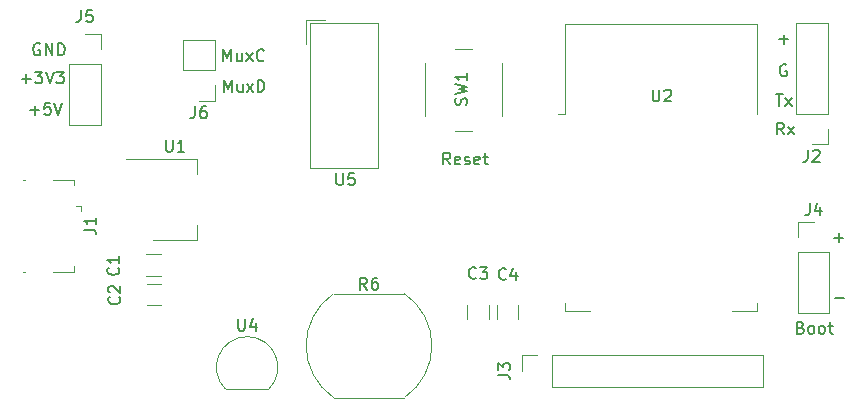
<source format=gbr>
G04 #@! TF.GenerationSoftware,KiCad,Pcbnew,(5.1.5)-3*
G04 #@! TF.CreationDate,2020-12-22T19:25:10+13:00*
G04 #@! TF.ProjectId,SensorNodeCircuit,53656e73-6f72-44e6-9f64-654369726375,rev?*
G04 #@! TF.SameCoordinates,Original*
G04 #@! TF.FileFunction,Legend,Top*
G04 #@! TF.FilePolarity,Positive*
%FSLAX46Y46*%
G04 Gerber Fmt 4.6, Leading zero omitted, Abs format (unit mm)*
G04 Created by KiCad (PCBNEW (5.1.5)-3) date 2020-12-22 19:25:10*
%MOMM*%
%LPD*%
G04 APERTURE LIST*
%ADD10C,0.150000*%
%ADD11C,0.120000*%
G04 APERTURE END LIST*
D10*
X168298952Y-103814571D02*
X168441809Y-103862190D01*
X168489428Y-103909809D01*
X168537047Y-104005047D01*
X168537047Y-104147904D01*
X168489428Y-104243142D01*
X168441809Y-104290761D01*
X168346571Y-104338380D01*
X167965619Y-104338380D01*
X167965619Y-103338380D01*
X168298952Y-103338380D01*
X168394190Y-103386000D01*
X168441809Y-103433619D01*
X168489428Y-103528857D01*
X168489428Y-103624095D01*
X168441809Y-103719333D01*
X168394190Y-103766952D01*
X168298952Y-103814571D01*
X167965619Y-103814571D01*
X169108476Y-104338380D02*
X169013238Y-104290761D01*
X168965619Y-104243142D01*
X168918000Y-104147904D01*
X168918000Y-103862190D01*
X168965619Y-103766952D01*
X169013238Y-103719333D01*
X169108476Y-103671714D01*
X169251333Y-103671714D01*
X169346571Y-103719333D01*
X169394190Y-103766952D01*
X169441809Y-103862190D01*
X169441809Y-104147904D01*
X169394190Y-104243142D01*
X169346571Y-104290761D01*
X169251333Y-104338380D01*
X169108476Y-104338380D01*
X170013238Y-104338380D02*
X169918000Y-104290761D01*
X169870380Y-104243142D01*
X169822761Y-104147904D01*
X169822761Y-103862190D01*
X169870380Y-103766952D01*
X169918000Y-103719333D01*
X170013238Y-103671714D01*
X170156095Y-103671714D01*
X170251333Y-103719333D01*
X170298952Y-103766952D01*
X170346571Y-103862190D01*
X170346571Y-104147904D01*
X170298952Y-104243142D01*
X170251333Y-104290761D01*
X170156095Y-104338380D01*
X170013238Y-104338380D01*
X170632285Y-103671714D02*
X171013238Y-103671714D01*
X170775142Y-103338380D02*
X170775142Y-104195523D01*
X170822761Y-104290761D01*
X170918000Y-104338380D01*
X171013238Y-104338380D01*
X119467523Y-83865980D02*
X119467523Y-82865980D01*
X119800857Y-83580266D01*
X120134190Y-82865980D01*
X120134190Y-83865980D01*
X121038952Y-83199314D02*
X121038952Y-83865980D01*
X120610380Y-83199314D02*
X120610380Y-83723123D01*
X120658000Y-83818361D01*
X120753238Y-83865980D01*
X120896095Y-83865980D01*
X120991333Y-83818361D01*
X121038952Y-83770742D01*
X121419904Y-83865980D02*
X121943714Y-83199314D01*
X121419904Y-83199314D02*
X121943714Y-83865980D01*
X122324666Y-83865980D02*
X122324666Y-82865980D01*
X122562761Y-82865980D01*
X122705619Y-82913600D01*
X122800857Y-83008838D01*
X122848476Y-83104076D01*
X122896095Y-83294552D01*
X122896095Y-83437409D01*
X122848476Y-83627885D01*
X122800857Y-83723123D01*
X122705619Y-83818361D01*
X122562761Y-83865980D01*
X122324666Y-83865980D01*
X119416723Y-81275180D02*
X119416723Y-80275180D01*
X119750057Y-80989466D01*
X120083390Y-80275180D01*
X120083390Y-81275180D01*
X120988152Y-80608514D02*
X120988152Y-81275180D01*
X120559580Y-80608514D02*
X120559580Y-81132323D01*
X120607200Y-81227561D01*
X120702438Y-81275180D01*
X120845295Y-81275180D01*
X120940533Y-81227561D01*
X120988152Y-81179942D01*
X121369104Y-81275180D02*
X121892914Y-80608514D01*
X121369104Y-80608514D02*
X121892914Y-81275180D01*
X122845295Y-81179942D02*
X122797676Y-81227561D01*
X122654819Y-81275180D01*
X122559580Y-81275180D01*
X122416723Y-81227561D01*
X122321485Y-81132323D01*
X122273866Y-81037085D01*
X122226247Y-80846609D01*
X122226247Y-80703752D01*
X122273866Y-80513276D01*
X122321485Y-80418038D01*
X122416723Y-80322800D01*
X122559580Y-80275180D01*
X122654819Y-80275180D01*
X122797676Y-80322800D01*
X122845295Y-80370419D01*
X171221447Y-101315828D02*
X171983352Y-101315828D01*
X171119847Y-96235828D02*
X171881752Y-96235828D01*
X171500800Y-96616780D02*
X171500800Y-95854876D01*
X166497047Y-79421028D02*
X167258952Y-79421028D01*
X166878000Y-79801980D02*
X166878000Y-79040076D01*
X167089104Y-81592800D02*
X166993866Y-81545180D01*
X166851009Y-81545180D01*
X166708152Y-81592800D01*
X166612914Y-81688038D01*
X166565295Y-81783276D01*
X166517676Y-81973752D01*
X166517676Y-82116609D01*
X166565295Y-82307085D01*
X166612914Y-82402323D01*
X166708152Y-82497561D01*
X166851009Y-82545180D01*
X166946247Y-82545180D01*
X167089104Y-82497561D01*
X167136723Y-82449942D01*
X167136723Y-82116609D01*
X166946247Y-82116609D01*
X166187523Y-84085180D02*
X166758952Y-84085180D01*
X166473238Y-85085180D02*
X166473238Y-84085180D01*
X166997047Y-85085180D02*
X167520857Y-84418514D01*
X166997047Y-84418514D02*
X167520857Y-85085180D01*
X166884361Y-87472780D02*
X166551028Y-86996590D01*
X166312933Y-87472780D02*
X166312933Y-86472780D01*
X166693885Y-86472780D01*
X166789123Y-86520400D01*
X166836742Y-86568019D01*
X166884361Y-86663257D01*
X166884361Y-86806114D01*
X166836742Y-86901352D01*
X166789123Y-86948971D01*
X166693885Y-86996590D01*
X166312933Y-86996590D01*
X167217695Y-87472780D02*
X167741504Y-86806114D01*
X167217695Y-86806114D02*
X167741504Y-87472780D01*
X138614304Y-90012780D02*
X138280971Y-89536590D01*
X138042876Y-90012780D02*
X138042876Y-89012780D01*
X138423828Y-89012780D01*
X138519066Y-89060400D01*
X138566685Y-89108019D01*
X138614304Y-89203257D01*
X138614304Y-89346114D01*
X138566685Y-89441352D01*
X138519066Y-89488971D01*
X138423828Y-89536590D01*
X138042876Y-89536590D01*
X139423828Y-89965161D02*
X139328590Y-90012780D01*
X139138114Y-90012780D01*
X139042876Y-89965161D01*
X138995257Y-89869923D01*
X138995257Y-89488971D01*
X139042876Y-89393733D01*
X139138114Y-89346114D01*
X139328590Y-89346114D01*
X139423828Y-89393733D01*
X139471447Y-89488971D01*
X139471447Y-89584209D01*
X138995257Y-89679447D01*
X139852400Y-89965161D02*
X139947638Y-90012780D01*
X140138114Y-90012780D01*
X140233352Y-89965161D01*
X140280971Y-89869923D01*
X140280971Y-89822304D01*
X140233352Y-89727066D01*
X140138114Y-89679447D01*
X139995257Y-89679447D01*
X139900019Y-89631828D01*
X139852400Y-89536590D01*
X139852400Y-89488971D01*
X139900019Y-89393733D01*
X139995257Y-89346114D01*
X140138114Y-89346114D01*
X140233352Y-89393733D01*
X141090495Y-89965161D02*
X140995257Y-90012780D01*
X140804780Y-90012780D01*
X140709542Y-89965161D01*
X140661923Y-89869923D01*
X140661923Y-89488971D01*
X140709542Y-89393733D01*
X140804780Y-89346114D01*
X140995257Y-89346114D01*
X141090495Y-89393733D01*
X141138114Y-89488971D01*
X141138114Y-89584209D01*
X140661923Y-89679447D01*
X141423828Y-89346114D02*
X141804780Y-89346114D01*
X141566685Y-89012780D02*
X141566685Y-89869923D01*
X141614304Y-89965161D01*
X141709542Y-90012780D01*
X141804780Y-90012780D01*
X103057485Y-85415428D02*
X103819390Y-85415428D01*
X103438438Y-85796380D02*
X103438438Y-85034476D01*
X104771771Y-84796380D02*
X104295580Y-84796380D01*
X104247961Y-85272571D01*
X104295580Y-85224952D01*
X104390819Y-85177333D01*
X104628914Y-85177333D01*
X104724152Y-85224952D01*
X104771771Y-85272571D01*
X104819390Y-85367809D01*
X104819390Y-85605904D01*
X104771771Y-85701142D01*
X104724152Y-85748761D01*
X104628914Y-85796380D01*
X104390819Y-85796380D01*
X104295580Y-85748761D01*
X104247961Y-85701142D01*
X105105104Y-84796380D02*
X105438438Y-85796380D01*
X105771771Y-84796380D01*
X102327295Y-82773828D02*
X103089200Y-82773828D01*
X102708247Y-83154780D02*
X102708247Y-82392876D01*
X103470152Y-82154780D02*
X104089200Y-82154780D01*
X103755866Y-82535733D01*
X103898723Y-82535733D01*
X103993961Y-82583352D01*
X104041580Y-82630971D01*
X104089200Y-82726209D01*
X104089200Y-82964304D01*
X104041580Y-83059542D01*
X103993961Y-83107161D01*
X103898723Y-83154780D01*
X103613009Y-83154780D01*
X103517771Y-83107161D01*
X103470152Y-83059542D01*
X104374914Y-82154780D02*
X104708247Y-83154780D01*
X105041580Y-82154780D01*
X105279676Y-82154780D02*
X105898723Y-82154780D01*
X105565390Y-82535733D01*
X105708247Y-82535733D01*
X105803485Y-82583352D01*
X105851104Y-82630971D01*
X105898723Y-82726209D01*
X105898723Y-82964304D01*
X105851104Y-83059542D01*
X105803485Y-83107161D01*
X105708247Y-83154780D01*
X105422533Y-83154780D01*
X105327295Y-83107161D01*
X105279676Y-83059542D01*
X103886095Y-79814800D02*
X103790857Y-79767180D01*
X103648000Y-79767180D01*
X103505142Y-79814800D01*
X103409904Y-79910038D01*
X103362285Y-80005276D01*
X103314666Y-80195752D01*
X103314666Y-80338609D01*
X103362285Y-80529085D01*
X103409904Y-80624323D01*
X103505142Y-80719561D01*
X103648000Y-80767180D01*
X103743238Y-80767180D01*
X103886095Y-80719561D01*
X103933714Y-80671942D01*
X103933714Y-80338609D01*
X103743238Y-80338609D01*
X104362285Y-80767180D02*
X104362285Y-79767180D01*
X104933714Y-80767180D01*
X104933714Y-79767180D01*
X105409904Y-80767180D02*
X105409904Y-79767180D01*
X105648000Y-79767180D01*
X105790857Y-79814800D01*
X105886095Y-79910038D01*
X105933714Y-80005276D01*
X105981333Y-80195752D01*
X105981333Y-80338609D01*
X105933714Y-80529085D01*
X105886095Y-80624323D01*
X105790857Y-80719561D01*
X105648000Y-80767180D01*
X105409904Y-80767180D01*
D11*
X112899936Y-99442000D02*
X114104064Y-99442000D01*
X112899936Y-97622000D02*
X114104064Y-97622000D01*
X112937436Y-100122000D02*
X114141564Y-100122000D01*
X112937436Y-101942000D02*
X114141564Y-101942000D01*
X140070000Y-101931436D02*
X140070000Y-103135564D01*
X141890000Y-101931436D02*
X141890000Y-103135564D01*
X144400000Y-101911436D02*
X144400000Y-103115564D01*
X142580000Y-101911436D02*
X142580000Y-103115564D01*
X106812500Y-91286000D02*
X106812500Y-91736000D01*
X104962500Y-91286000D02*
X106812500Y-91286000D01*
X102412500Y-99086000D02*
X102662500Y-99086000D01*
X102412500Y-91286000D02*
X102662500Y-91286000D01*
X104962500Y-99086000D02*
X106812500Y-99086000D01*
X106812500Y-99086000D02*
X106812500Y-98636000D01*
X107362500Y-93486000D02*
X107362500Y-93936000D01*
X107362500Y-93486000D02*
X106912500Y-93486000D01*
X170576000Y-78038000D02*
X167916000Y-78038000D01*
X170576000Y-85718000D02*
X170576000Y-78038000D01*
X167916000Y-85718000D02*
X167916000Y-78038000D01*
X170576000Y-85718000D02*
X167916000Y-85718000D01*
X170576000Y-86988000D02*
X170576000Y-88318000D01*
X170576000Y-88318000D02*
X169246000Y-88318000D01*
X147269200Y-108822800D02*
X147269200Y-106162800D01*
X147269200Y-108822800D02*
X165109200Y-108822800D01*
X165109200Y-108822800D02*
X165109200Y-106162800D01*
X147269200Y-106162800D02*
X165109200Y-106162800D01*
X144669200Y-106162800D02*
X145999200Y-106162800D01*
X144669200Y-107492800D02*
X144669200Y-106162800D01*
X168056000Y-102598000D02*
X170716000Y-102598000D01*
X168056000Y-97458000D02*
X168056000Y-102598000D01*
X170716000Y-97458000D02*
X170716000Y-102598000D01*
X168056000Y-97458000D02*
X170716000Y-97458000D01*
X168056000Y-96188000D02*
X168056000Y-94858000D01*
X168056000Y-94858000D02*
X169386000Y-94858000D01*
X106366000Y-81534000D02*
X109026000Y-81534000D01*
X106366000Y-81534000D02*
X106366000Y-86674000D01*
X106366000Y-86674000D02*
X109026000Y-86674000D01*
X109026000Y-81534000D02*
X109026000Y-86674000D01*
X109026000Y-78934000D02*
X109026000Y-80264000D01*
X107696000Y-78934000D02*
X109026000Y-78934000D01*
X118678000Y-79442000D02*
X116018000Y-79442000D01*
X118678000Y-82042000D02*
X118678000Y-79442000D01*
X116018000Y-82042000D02*
X116018000Y-79442000D01*
X118678000Y-82042000D02*
X116018000Y-82042000D01*
X118678000Y-83312000D02*
X118678000Y-84642000D01*
X118678000Y-84642000D02*
X117348000Y-84642000D01*
X128750000Y-109746000D02*
X134750000Y-109746000D01*
X128750000Y-100946000D02*
X134750000Y-100946000D01*
X128717350Y-100968440D02*
G75*
G03X128750000Y-109746000I3032650J-4377560D01*
G01*
X134782650Y-109723560D02*
G75*
G03X134750000Y-100946000I-3032650J4377560D01*
G01*
X117226000Y-96374000D02*
X117226000Y-95114000D01*
X117226000Y-89554000D02*
X117226000Y-90814000D01*
X113466000Y-96374000D02*
X117226000Y-96374000D01*
X111216000Y-89554000D02*
X117226000Y-89554000D01*
X148371001Y-78151001D02*
X164611001Y-78151001D01*
X164611001Y-78151001D02*
X164611001Y-85771001D01*
X164611001Y-101771001D02*
X164611001Y-102391001D01*
X164611001Y-102391001D02*
X162491001Y-102391001D01*
X150491001Y-102391001D02*
X148371001Y-102391001D01*
X148371001Y-102391001D02*
X148371001Y-101771001D01*
X148371001Y-85771001D02*
X148371001Y-78151001D01*
X148371001Y-85771001D02*
X147761001Y-85771001D01*
X119630000Y-109036000D02*
X123230000Y-109036000D01*
X119591522Y-109024478D02*
G75*
G02X121430000Y-104586000I1838478J1838478D01*
G01*
X123268478Y-109024478D02*
G75*
G03X121430000Y-104586000I-1838478J1838478D01*
G01*
X126730000Y-78066000D02*
X132470000Y-78066000D01*
X132480000Y-78066000D02*
X132480000Y-90326000D01*
X132480000Y-90326000D02*
X126720000Y-90326000D01*
X126720000Y-90326000D02*
X126720000Y-78076000D01*
X126440000Y-77786000D02*
X126440000Y-79786000D01*
X126440000Y-77786000D02*
X128050000Y-77786000D01*
X143010000Y-85946000D02*
X143010000Y-81446000D01*
X139010000Y-87196000D02*
X140510000Y-87196000D01*
X136510000Y-81446000D02*
X136510000Y-85946000D01*
X140510000Y-80196000D02*
X139010000Y-80196000D01*
D10*
X110509142Y-98738666D02*
X110556761Y-98786285D01*
X110604380Y-98929142D01*
X110604380Y-99024380D01*
X110556761Y-99167238D01*
X110461523Y-99262476D01*
X110366285Y-99310095D01*
X110175809Y-99357714D01*
X110032952Y-99357714D01*
X109842476Y-99310095D01*
X109747238Y-99262476D01*
X109652000Y-99167238D01*
X109604380Y-99024380D01*
X109604380Y-98929142D01*
X109652000Y-98786285D01*
X109699619Y-98738666D01*
X110604380Y-97786285D02*
X110604380Y-98357714D01*
X110604380Y-98072000D02*
X109604380Y-98072000D01*
X109747238Y-98167238D01*
X109842476Y-98262476D01*
X109890095Y-98357714D01*
X110589142Y-101218666D02*
X110636761Y-101266285D01*
X110684380Y-101409142D01*
X110684380Y-101504380D01*
X110636761Y-101647238D01*
X110541523Y-101742476D01*
X110446285Y-101790095D01*
X110255809Y-101837714D01*
X110112952Y-101837714D01*
X109922476Y-101790095D01*
X109827238Y-101742476D01*
X109732000Y-101647238D01*
X109684380Y-101504380D01*
X109684380Y-101409142D01*
X109732000Y-101266285D01*
X109779619Y-101218666D01*
X109779619Y-100837714D02*
X109732000Y-100790095D01*
X109684380Y-100694857D01*
X109684380Y-100456761D01*
X109732000Y-100361523D01*
X109779619Y-100313904D01*
X109874857Y-100266285D01*
X109970095Y-100266285D01*
X110112952Y-100313904D01*
X110684380Y-100885333D01*
X110684380Y-100266285D01*
X140798334Y-99615641D02*
X140750715Y-99663260D01*
X140607858Y-99710879D01*
X140512620Y-99710879D01*
X140369762Y-99663260D01*
X140274524Y-99568022D01*
X140226905Y-99472784D01*
X140179286Y-99282308D01*
X140179286Y-99139451D01*
X140226905Y-98948975D01*
X140274524Y-98853737D01*
X140369762Y-98758499D01*
X140512620Y-98710879D01*
X140607858Y-98710879D01*
X140750715Y-98758499D01*
X140798334Y-98806118D01*
X141131667Y-98710879D02*
X141750715Y-98710879D01*
X141417381Y-99091832D01*
X141560239Y-99091832D01*
X141655477Y-99139451D01*
X141703096Y-99187070D01*
X141750715Y-99282308D01*
X141750715Y-99520403D01*
X141703096Y-99615641D01*
X141655477Y-99663260D01*
X141560239Y-99710879D01*
X141274524Y-99710879D01*
X141179286Y-99663260D01*
X141131667Y-99615641D01*
X143343333Y-99693142D02*
X143295714Y-99740761D01*
X143152857Y-99788380D01*
X143057619Y-99788380D01*
X142914761Y-99740761D01*
X142819523Y-99645523D01*
X142771904Y-99550285D01*
X142724285Y-99359809D01*
X142724285Y-99216952D01*
X142771904Y-99026476D01*
X142819523Y-98931238D01*
X142914761Y-98836000D01*
X143057619Y-98788380D01*
X143152857Y-98788380D01*
X143295714Y-98836000D01*
X143343333Y-98883619D01*
X144200476Y-99121714D02*
X144200476Y-99788380D01*
X143962380Y-98740761D02*
X143724285Y-99455047D01*
X144343333Y-99455047D01*
X107614880Y-95519333D02*
X108329166Y-95519333D01*
X108472023Y-95566952D01*
X108567261Y-95662190D01*
X108614880Y-95805047D01*
X108614880Y-95900285D01*
X108614880Y-94519333D02*
X108614880Y-95090761D01*
X108614880Y-94805047D02*
X107614880Y-94805047D01*
X107757738Y-94900285D01*
X107852976Y-94995523D01*
X107900595Y-95090761D01*
X168912666Y-88770380D02*
X168912666Y-89484666D01*
X168865047Y-89627523D01*
X168769809Y-89722761D01*
X168626952Y-89770380D01*
X168531714Y-89770380D01*
X169341238Y-88865619D02*
X169388857Y-88818000D01*
X169484095Y-88770380D01*
X169722190Y-88770380D01*
X169817428Y-88818000D01*
X169865047Y-88865619D01*
X169912666Y-88960857D01*
X169912666Y-89056095D01*
X169865047Y-89198952D01*
X169293619Y-89770380D01*
X169912666Y-89770380D01*
X142681580Y-107826133D02*
X143395866Y-107826133D01*
X143538723Y-107873752D01*
X143633961Y-107968990D01*
X143681580Y-108111847D01*
X143681580Y-108207085D01*
X142681580Y-107445180D02*
X142681580Y-106826133D01*
X143062533Y-107159466D01*
X143062533Y-107016609D01*
X143110152Y-106921371D01*
X143157771Y-106873752D01*
X143253009Y-106826133D01*
X143491104Y-106826133D01*
X143586342Y-106873752D01*
X143633961Y-106921371D01*
X143681580Y-107016609D01*
X143681580Y-107302323D01*
X143633961Y-107397561D01*
X143586342Y-107445180D01*
X169052666Y-93310380D02*
X169052666Y-94024666D01*
X169005047Y-94167523D01*
X168909809Y-94262761D01*
X168766952Y-94310380D01*
X168671714Y-94310380D01*
X169957428Y-93643714D02*
X169957428Y-94310380D01*
X169719333Y-93262761D02*
X169481238Y-93977047D01*
X170100285Y-93977047D01*
X107362666Y-76946380D02*
X107362666Y-77660666D01*
X107315047Y-77803523D01*
X107219809Y-77898761D01*
X107076952Y-77946380D01*
X106981714Y-77946380D01*
X108315047Y-76946380D02*
X107838857Y-76946380D01*
X107791238Y-77422571D01*
X107838857Y-77374952D01*
X107934095Y-77327333D01*
X108172190Y-77327333D01*
X108267428Y-77374952D01*
X108315047Y-77422571D01*
X108362666Y-77517809D01*
X108362666Y-77755904D01*
X108315047Y-77851142D01*
X108267428Y-77898761D01*
X108172190Y-77946380D01*
X107934095Y-77946380D01*
X107838857Y-77898761D01*
X107791238Y-77851142D01*
X117014666Y-85094380D02*
X117014666Y-85808666D01*
X116967047Y-85951523D01*
X116871809Y-86046761D01*
X116728952Y-86094380D01*
X116633714Y-86094380D01*
X117919428Y-85094380D02*
X117728952Y-85094380D01*
X117633714Y-85142000D01*
X117586095Y-85189619D01*
X117490857Y-85332476D01*
X117443238Y-85522952D01*
X117443238Y-85903904D01*
X117490857Y-85999142D01*
X117538476Y-86046761D01*
X117633714Y-86094380D01*
X117824190Y-86094380D01*
X117919428Y-86046761D01*
X117967047Y-85999142D01*
X118014666Y-85903904D01*
X118014666Y-85665809D01*
X117967047Y-85570571D01*
X117919428Y-85522952D01*
X117824190Y-85475333D01*
X117633714Y-85475333D01*
X117538476Y-85522952D01*
X117490857Y-85570571D01*
X117443238Y-85665809D01*
X131583333Y-100598380D02*
X131250000Y-100122190D01*
X131011904Y-100598380D02*
X131011904Y-99598380D01*
X131392857Y-99598380D01*
X131488095Y-99646000D01*
X131535714Y-99693619D01*
X131583333Y-99788857D01*
X131583333Y-99931714D01*
X131535714Y-100026952D01*
X131488095Y-100074571D01*
X131392857Y-100122190D01*
X131011904Y-100122190D01*
X132440476Y-99598380D02*
X132250000Y-99598380D01*
X132154761Y-99646000D01*
X132107142Y-99693619D01*
X132011904Y-99836476D01*
X131964285Y-100026952D01*
X131964285Y-100407904D01*
X132011904Y-100503142D01*
X132059523Y-100550761D01*
X132154761Y-100598380D01*
X132345238Y-100598380D01*
X132440476Y-100550761D01*
X132488095Y-100503142D01*
X132535714Y-100407904D01*
X132535714Y-100169809D01*
X132488095Y-100074571D01*
X132440476Y-100026952D01*
X132345238Y-99979333D01*
X132154761Y-99979333D01*
X132059523Y-100026952D01*
X132011904Y-100074571D01*
X131964285Y-100169809D01*
X114554095Y-87916380D02*
X114554095Y-88725904D01*
X114601714Y-88821142D01*
X114649333Y-88868761D01*
X114744571Y-88916380D01*
X114935047Y-88916380D01*
X115030285Y-88868761D01*
X115077904Y-88821142D01*
X115125523Y-88725904D01*
X115125523Y-87916380D01*
X116125523Y-88916380D02*
X115554095Y-88916380D01*
X115839809Y-88916380D02*
X115839809Y-87916380D01*
X115744571Y-88059238D01*
X115649333Y-88154476D01*
X115554095Y-88202095D01*
X155752895Y-83678780D02*
X155752895Y-84488304D01*
X155800514Y-84583542D01*
X155848133Y-84631161D01*
X155943371Y-84678780D01*
X156133847Y-84678780D01*
X156229085Y-84631161D01*
X156276704Y-84583542D01*
X156324323Y-84488304D01*
X156324323Y-83678780D01*
X156752895Y-83774019D02*
X156800514Y-83726400D01*
X156895752Y-83678780D01*
X157133847Y-83678780D01*
X157229085Y-83726400D01*
X157276704Y-83774019D01*
X157324323Y-83869257D01*
X157324323Y-83964495D01*
X157276704Y-84107352D01*
X156705276Y-84678780D01*
X157324323Y-84678780D01*
X120668095Y-103078380D02*
X120668095Y-103887904D01*
X120715714Y-103983142D01*
X120763333Y-104030761D01*
X120858571Y-104078380D01*
X121049047Y-104078380D01*
X121144285Y-104030761D01*
X121191904Y-103983142D01*
X121239523Y-103887904D01*
X121239523Y-103078380D01*
X122144285Y-103411714D02*
X122144285Y-104078380D01*
X121906190Y-103030761D02*
X121668095Y-103745047D01*
X122287142Y-103745047D01*
X128981295Y-90739980D02*
X128981295Y-91549504D01*
X129028914Y-91644742D01*
X129076533Y-91692361D01*
X129171771Y-91739980D01*
X129362247Y-91739980D01*
X129457485Y-91692361D01*
X129505104Y-91644742D01*
X129552723Y-91549504D01*
X129552723Y-90739980D01*
X130505104Y-90739980D02*
X130028914Y-90739980D01*
X129981295Y-91216171D01*
X130028914Y-91168552D01*
X130124152Y-91120933D01*
X130362247Y-91120933D01*
X130457485Y-91168552D01*
X130505104Y-91216171D01*
X130552723Y-91311409D01*
X130552723Y-91549504D01*
X130505104Y-91644742D01*
X130457485Y-91692361D01*
X130362247Y-91739980D01*
X130124152Y-91739980D01*
X130028914Y-91692361D01*
X129981295Y-91644742D01*
X140003161Y-84950133D02*
X140050780Y-84807276D01*
X140050780Y-84569180D01*
X140003161Y-84473942D01*
X139955542Y-84426323D01*
X139860304Y-84378704D01*
X139765066Y-84378704D01*
X139669828Y-84426323D01*
X139622209Y-84473942D01*
X139574590Y-84569180D01*
X139526971Y-84759657D01*
X139479352Y-84854895D01*
X139431733Y-84902514D01*
X139336495Y-84950133D01*
X139241257Y-84950133D01*
X139146019Y-84902514D01*
X139098400Y-84854895D01*
X139050780Y-84759657D01*
X139050780Y-84521561D01*
X139098400Y-84378704D01*
X139050780Y-84045371D02*
X140050780Y-83807276D01*
X139336495Y-83616800D01*
X140050780Y-83426323D01*
X139050780Y-83188228D01*
X140050780Y-82283466D02*
X140050780Y-82854895D01*
X140050780Y-82569180D02*
X139050780Y-82569180D01*
X139193638Y-82664419D01*
X139288876Y-82759657D01*
X139336495Y-82854895D01*
M02*

</source>
